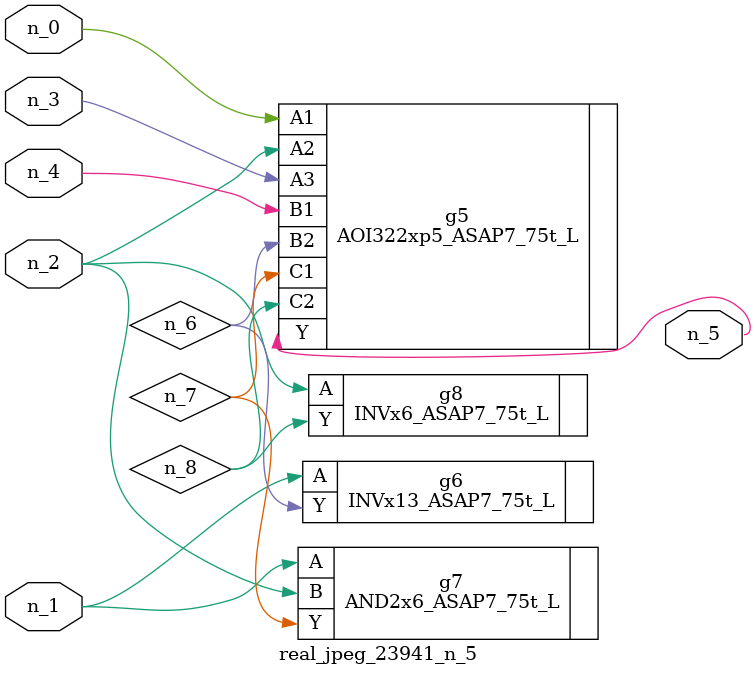
<source format=v>
module real_jpeg_23941_n_5 (n_4, n_0, n_1, n_2, n_3, n_5);

input n_4;
input n_0;
input n_1;
input n_2;
input n_3;

output n_5;

wire n_8;
wire n_6;
wire n_7;

AOI322xp5_ASAP7_75t_L g5 ( 
.A1(n_0),
.A2(n_2),
.A3(n_3),
.B1(n_4),
.B2(n_6),
.C1(n_7),
.C2(n_8),
.Y(n_5)
);

INVx13_ASAP7_75t_L g6 ( 
.A(n_1),
.Y(n_6)
);

AND2x6_ASAP7_75t_L g7 ( 
.A(n_1),
.B(n_2),
.Y(n_7)
);

INVx6_ASAP7_75t_L g8 ( 
.A(n_2),
.Y(n_8)
);


endmodule
</source>
